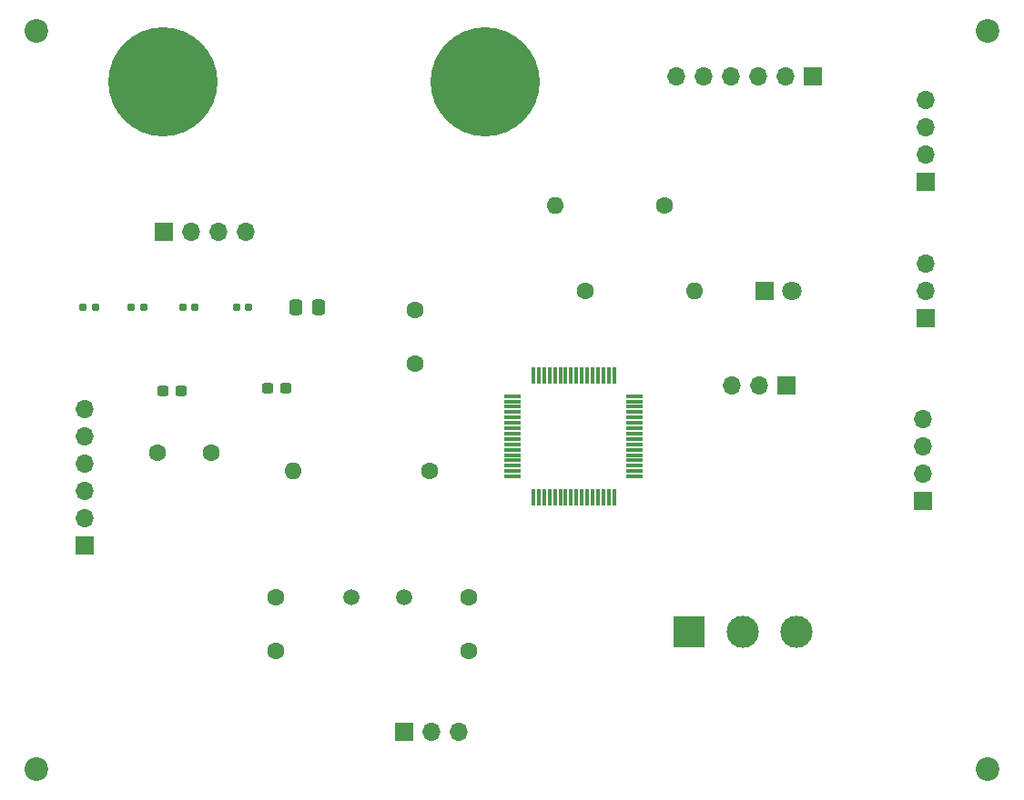
<source format=gts>
G04 #@! TF.GenerationSoftware,KiCad,Pcbnew,8.0.6*
G04 #@! TF.CreationDate,2024-11-17T19:47:03-05:00*
G04 #@! TF.ProjectId,STM32_KiCAD,53544d33-325f-44b6-9943-41442e6b6963,rev?*
G04 #@! TF.SameCoordinates,Original*
G04 #@! TF.FileFunction,Soldermask,Top*
G04 #@! TF.FilePolarity,Negative*
%FSLAX46Y46*%
G04 Gerber Fmt 4.6, Leading zero omitted, Abs format (unit mm)*
G04 Created by KiCad (PCBNEW 8.0.6) date 2024-11-17 19:47:03*
%MOMM*%
%LPD*%
G01*
G04 APERTURE LIST*
G04 Aperture macros list*
%AMRoundRect*
0 Rectangle with rounded corners*
0 $1 Rounding radius*
0 $2 $3 $4 $5 $6 $7 $8 $9 X,Y pos of 4 corners*
0 Add a 4 corners polygon primitive as box body*
4,1,4,$2,$3,$4,$5,$6,$7,$8,$9,$2,$3,0*
0 Add four circle primitives for the rounded corners*
1,1,$1+$1,$2,$3*
1,1,$1+$1,$4,$5*
1,1,$1+$1,$6,$7*
1,1,$1+$1,$8,$9*
0 Add four rect primitives between the rounded corners*
20,1,$1+$1,$2,$3,$4,$5,0*
20,1,$1+$1,$4,$5,$6,$7,0*
20,1,$1+$1,$6,$7,$8,$9,0*
20,1,$1+$1,$8,$9,$2,$3,0*%
G04 Aperture macros list end*
%ADD10RoundRect,0.250000X-0.337500X-0.475000X0.337500X-0.475000X0.337500X0.475000X-0.337500X0.475000X0*%
%ADD11C,2.200000*%
%ADD12C,1.500000*%
%ADD13RoundRect,0.155000X-0.212500X-0.155000X0.212500X-0.155000X0.212500X0.155000X-0.212500X0.155000X0*%
%ADD14R,1.700000X1.700000*%
%ADD15O,1.700000X1.700000*%
%ADD16C,1.600000*%
%ADD17RoundRect,0.237500X-0.300000X-0.237500X0.300000X-0.237500X0.300000X0.237500X-0.300000X0.237500X0*%
%ADD18RoundRect,0.075000X-0.700000X-0.075000X0.700000X-0.075000X0.700000X0.075000X-0.700000X0.075000X0*%
%ADD19RoundRect,0.075000X-0.075000X-0.700000X0.075000X-0.700000X0.075000X0.700000X-0.075000X0.700000X0*%
%ADD20C,10.160000*%
%ADD21R,3.000000X3.000000*%
%ADD22C,3.000000*%
%ADD23O,1.600000X1.600000*%
%ADD24R,1.800000X1.800000*%
%ADD25C,1.800000*%
G04 APERTURE END LIST*
D10*
X126175000Y-79750000D03*
X128250000Y-79750000D03*
D11*
X102000000Y-122750000D03*
D12*
X136200000Y-106750000D03*
X131320000Y-106750000D03*
D13*
X120615000Y-79750000D03*
X121750000Y-79750000D03*
D14*
X136210000Y-119250000D03*
D15*
X138750000Y-119250000D03*
X141290000Y-119250000D03*
D13*
X106365000Y-79750000D03*
X107500000Y-79750000D03*
D16*
X142250000Y-106750000D03*
X142250000Y-111750000D03*
D17*
X123525000Y-87250000D03*
X125250000Y-87250000D03*
D16*
X124250000Y-106750000D03*
X124250000Y-111750000D03*
D14*
X184750000Y-80710000D03*
D15*
X184750000Y-78170000D03*
X184750000Y-75630000D03*
D18*
X146325000Y-88000000D03*
X146325000Y-88500000D03*
X146325000Y-89000000D03*
X146325000Y-89500000D03*
X146325000Y-90000000D03*
X146325000Y-90500000D03*
X146325000Y-91000000D03*
X146325000Y-91500000D03*
X146325000Y-92000000D03*
X146325000Y-92500000D03*
X146325000Y-93000000D03*
X146325000Y-93500000D03*
X146325000Y-94000000D03*
X146325000Y-94500000D03*
X146325000Y-95000000D03*
X146325000Y-95500000D03*
D19*
X148250000Y-97425000D03*
X148750000Y-97425000D03*
X149250000Y-97425000D03*
X149750000Y-97425000D03*
X150250000Y-97425000D03*
X150750000Y-97425000D03*
X151250000Y-97425000D03*
X151750000Y-97425000D03*
X152250000Y-97425000D03*
X152750000Y-97425000D03*
X153250000Y-97425000D03*
X153750000Y-97425000D03*
X154250000Y-97425000D03*
X154750000Y-97425000D03*
X155250000Y-97425000D03*
X155750000Y-97425000D03*
D18*
X157675000Y-95500000D03*
X157675000Y-95000000D03*
X157675000Y-94500000D03*
X157675000Y-94000000D03*
X157675000Y-93500000D03*
X157675000Y-93000000D03*
X157675000Y-92500000D03*
X157675000Y-92000000D03*
X157675000Y-91500000D03*
X157675000Y-91000000D03*
X157675000Y-90500000D03*
X157675000Y-90000000D03*
X157675000Y-89500000D03*
X157675000Y-89000000D03*
X157675000Y-88500000D03*
X157675000Y-88000000D03*
D19*
X155750000Y-86075000D03*
X155250000Y-86075000D03*
X154750000Y-86075000D03*
X154250000Y-86075000D03*
X153750000Y-86075000D03*
X153250000Y-86075000D03*
X152750000Y-86075000D03*
X152250000Y-86075000D03*
X151750000Y-86075000D03*
X151250000Y-86075000D03*
X150750000Y-86075000D03*
X150250000Y-86075000D03*
X149750000Y-86075000D03*
X149250000Y-86075000D03*
X148750000Y-86075000D03*
X148250000Y-86075000D03*
D17*
X113775000Y-87500000D03*
X115500000Y-87500000D03*
D11*
X190500000Y-54000000D03*
D14*
X174250000Y-58250000D03*
D15*
X171710000Y-58250000D03*
X169170000Y-58250000D03*
X166630000Y-58250000D03*
X164090000Y-58250000D03*
X161550000Y-58250000D03*
D11*
X190500000Y-122750000D03*
D16*
X118250000Y-93250000D03*
X113250000Y-93250000D03*
D20*
X113750000Y-58750000D03*
X143720000Y-58750000D03*
D11*
X102000000Y-54000000D03*
D21*
X162750000Y-110000000D03*
D22*
X167750000Y-110000000D03*
X172750000Y-110000000D03*
D16*
X160410000Y-70250000D03*
D23*
X150250000Y-70250000D03*
D13*
X115615000Y-79750000D03*
X116750000Y-79750000D03*
D16*
X153090000Y-78250000D03*
D23*
X163250000Y-78250000D03*
D13*
X110865000Y-79750000D03*
X112000000Y-79750000D03*
D24*
X169710000Y-78250000D03*
D25*
X172250000Y-78250000D03*
D14*
X184500000Y-97800000D03*
D15*
X184500000Y-95260000D03*
X184500000Y-92720000D03*
X184500000Y-90180000D03*
D14*
X113880000Y-72750000D03*
D15*
X116420000Y-72750000D03*
X118960000Y-72750000D03*
X121500000Y-72750000D03*
D14*
X106500000Y-101950000D03*
D15*
X106500000Y-99410000D03*
X106500000Y-96870000D03*
X106500000Y-94330000D03*
X106500000Y-91790000D03*
X106500000Y-89250000D03*
D14*
X171775000Y-87000000D03*
D15*
X169235000Y-87000000D03*
X166695000Y-87000000D03*
D16*
X137250000Y-85000000D03*
X137250000Y-80000000D03*
X138600000Y-95000000D03*
D23*
X125900000Y-95000000D03*
D14*
X184750000Y-68050000D03*
D15*
X184750000Y-65510000D03*
X184750000Y-62970000D03*
X184750000Y-60430000D03*
M02*

</source>
